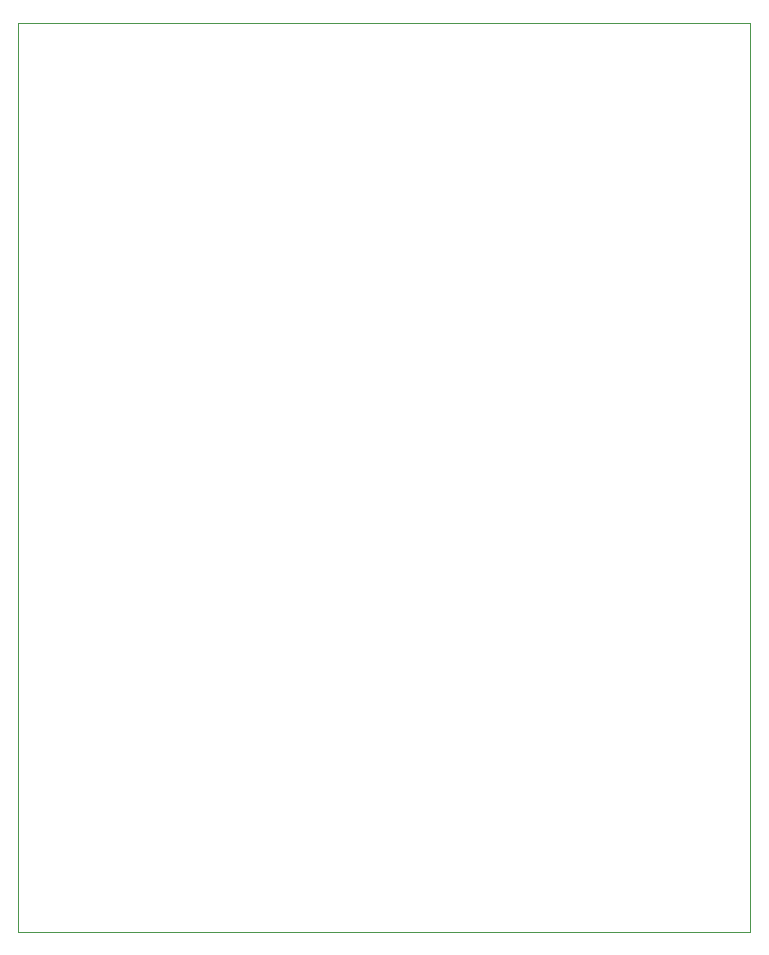
<source format=gbr>
%TF.GenerationSoftware,Altium Limited,Altium Designer,19.1.8 (144)*%
G04 Layer_Color=0*
%FSLAX26Y26*%
%MOIN*%
%TF.FileFunction,Profile,NP*%
%TF.Part,Single*%
G01*
G75*
%TA.AperFunction,Profile*%
%ADD34C,0.001000*%
D34*
X0Y3030000D02*
X2440000D01*
Y0D01*
X0D01*
Y3030000D01*
%TF.MD5,e6290470ab4d93d3765465834a990b91*%
M02*

</source>
